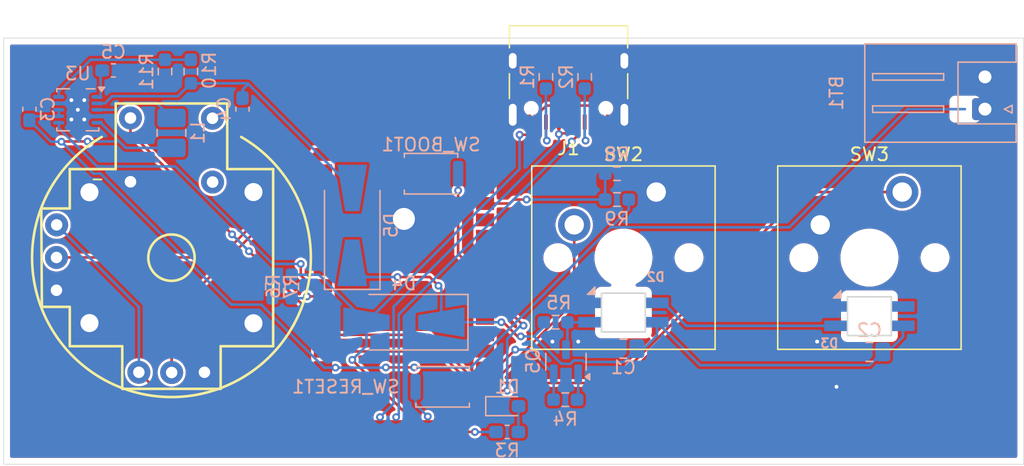
<source format=kicad_pcb>
(kicad_pcb (version 20241229) (generator "pcbnew") (generator_version "9.0")
  (layers (0 "F.Cu" signal) (2 "B.Cu" signal) (13 "F.Paste" user) (15 "B.Paste" user) (5 "F.SilkS" user "F.Silkscreen") (7 "B.SilkS" user "B.Silkscreen") (1 "F.Mask" user) (3 "B.Mask" user) (25 "Edge.Cuts" user))
  (net 0 "")
  (net 1 "VBUS")
  (net 2 "GND")
  (net 3 "D+")
  (net 4 "D-")
  (net 8 "+5V_Boost")
  (net 10 "VBAT")
  (net 12 "LED_LV")
  (net 16 "STAT")
  (net 17 "3.3V")
  (net 18 "LED_HV")
  (net 19 "Net-(D2-DOUT)")
  (net 23 "Net-(U1-RESET)")
  (net 24 "DASH")
  (net 27 "USE")
  (net 29 "BOOT")
  (net 32 "DIR_H")
  (net 33 "DIR_V")
  (net 34 "SEL")
  (net 37 "/CC2")
  (net 38 "+5V")
  (net 39 "Net-(J1-CC1)")
  (net 40 "Net-(D1-A)")
  (net 41 "LV")
  (net 42 "BOOST_EN")
  (net 43 "5V_SENSE")
  (net 44 "BAT_SENSE")
  (net 45 "Net-(U3-FB)")
  (net 46 "Net-(U3-VAUX)")
  (net 47 "Net-(U3-L)")
  (footprint "footprints:PS4_joystick" (layer "F.Cu") (at 140 34)
    (property "Reference" "U2" (hide yes))
    (property "Value" "COM-09032" (hide yes))
    (pad "B1A" thru_hole circle (at -3.175 -10.8148) (size 1.778 1.778) (drill 0.9) (layers "*.Cu" "*.Mask") (net 34 "SEL"))
    (pad "B1B" thru_hole circle (at 3.175 -10.795) (size 1.778 1.778) (drill 0.9) (layers "*.Cu" "*.Mask"))
    (pad "B2A" thru_hole circle (at -3.175 -5.8748) (size 1.778 1.778) (drill 0.9) (layers "*.Cu" "*.Mask") (net 2 "GND"))
    (pad "B2B" thru_hole circle (at 3.185 -5.8548) (size 1.778 1.778) (drill 0.9) (layers "*.Cu" "*.Mask"))
    (pad "H1" thru_hole circle (at -2.525 8.8752) (size 1.778 1.778) (drill 0.889) (layers "*.Cu" "*.Mask") (net 17 "3.3V"))
    (pad "H2" thru_hole circle (at 0.015 8.8952) (size 1.778 1.778) (drill 0.889) (layers "*.Cu" "*.Mask") (net 32 "DIR_H"))
    (pad "H3" thru_hole circle (at 2.555 8.8752) (size 1.778 1.778) (drill 0.889) (layers "*.Cu" "*.Mask") (net 2 "GND"))
    (pad "S1" thru_hole circle (at -6.35 -5.0648) (size 2.286 2.286) (drill 1.397) (layers "*.Cu" "*.Mask") (net 2 "GND"))
    (pad "S2" thru_hole circle (at -6.35 5.0652) (size 2.286 2.286) (drill 1.397) (layers "*.Cu" "*.Mask") (net 2 "GND"))
    (pad "S3" thru_hole circle (at 6.35 5.08) (size 2.286 2.286) (drill 1.397) (layers "*.Cu" "*.Mask") (net 2 "GND"))
    (pad "S4" thru_hole circle (at 6.35 -5.08) (size 2.286 2.286) (drill 1.397) (layers "*.Cu" "*.Mask") (net 2 "GND"))
    (pad "V1" thru_hole circle (at -8.89 -2.54) (size 1.778 1.778) (drill 0.889) (layers "*.Cu" "*.Mask") (net 17 "3.3V"))
    (pad "V2" thru_hole circle (at -8.905 -0.0148) (size 1.778 1.778) (drill 0.889) (layers "*.Cu" "*.Mask") (net 33 "DIR_V"))
    (pad "V3" thru_hole circle (at -8.905 2.5252) (size 1.778 1.778) (drill 0.889) (layers "*.Cu" "*.Mask") (net 2 "GND"))
  )
  (footprint "footprints:SW_Cherry_MX_PCB_1.00u" (layer "F.Cu") (at 175 34)
    (property "Reference" "SW2" (at 0 -8 0) (layer "F.SilkS"))
    (property "Value" "SW_Push")
    (pad "" np_thru_hole circle (at -5.08 0) (size 1.75 1.75) (drill 1.75) (layers "*.Cu" "*.Mask"))
    (pad "" np_thru_hole circle (at 0 0) (size 4 4) (drill 4) (layers "*.Cu" "*.Mask"))
    (pad "" np_thru_hole circle (at 5.08 0) (size 1.75 1.75) (drill 1.75) (layers "*.Cu" "*.Mask"))
    (pad "1" thru_hole circle (at -3.81 -2.54) (size 2.5 2.5) (drill 1.5) (layers "*.Cu" "*.Mask") (net 24 "DASH"))
    (pad "2" thru_hole circle (at 2.54 -5.08) (size 2.5 2.5) (drill 1.5) (layers "*.Cu" "*.Mask") (net 2 "GND"))
  )
  (footprint "NanoS3:NanoS3_HandSolder" (layer "F.Cu") (at 158 33.794 90)
    (property "Reference" "U1" (hide yes))
    (property "Value" "NanoS3" (hide yes))
    (pad "1" smd rect (at -13.6961 4.4468 90) (size 1.8178 1) (layers "F.Cu" "F.Mask") (net 16 "STAT"))
    (pad "2" smd rect (at -13.6961 3.1768 90) (size 1.8178 1) (layers "F.Cu" "F.Mask") (net 2 "GND"))
    (pad "2" thru_hole circle (at 2.794 0 180) (size 2.4 2.4) (drill 1.7) (layers "*.Cu" "*.Mask") (net 2 "GND"))
    (pad "2" smd custom (at 2.794 0 90) (size 2.870972 2.870972) (layers "F.Cu" "F.Mask") (net 2 "GND") (options (clearance outline) (anchor rect)) (primitives (gr_poly (pts (xy 1.645487 1.625487) (xy -1.694513 1.625487) (xy -1.694513 -1.174513) (xy -1.144513 -1.724513) (xy 1.645487 -1.724513)) (width 0.1) (fill yes)) (gr_poly (pts (xy -1.444513 -1.359513) (xy -1.438804 -1.388214) (xy -1.422546 -1.412546) (xy -1.398214 -1.428804) (xy -1.369513 -1.434513) (xy 1.480487 -1.434513) (xy 1.509188 -1.428804) (xy 1.53352 -1.412546) (xy 1.549778 -1.388214) (xy 1.555487 -1.359513) (xy 1.555487 1.490487) (xy 1.549778 1.519188) (xy 1.53352 1.54352) (xy 1.509188 1.559778) (xy 1.480487 1.565487) (xy -1.369513 1.565487) (xy -1.398214 1.559778) (xy -1.422546 1.54352) (xy -1.438804 1.519188) (xy -1.444513 1.490487)) (width 0) (fill yes))))
    (pad "3" smd rect (at -13.6961 1.9068 90) (size 1.8178 1) (layers "F.Cu" "F.Mask") (net 23 "Net-(U1-RESET)"))
    (pad "4" smd rect (at -13.6961 0.6368 90) (size 1.8178 1) (layers "F.Cu" "F.Mask") (net 38 "+5V"))
    (pad "5" smd rect (at -13.6961 -0.6332 90) (size 1.8178 1) (layers "F.Cu" "F.Mask") (net 4 "D-"))
    (pad "6" smd rect (at -13.6961 -1.9032 90) (size 1.8178 1) (layers "F.Cu" "F.Mask") (net 3 "D+"))
    (pad "7" smd rect (at -13.6961 -3.1732 90) (size 1.8178 1) (layers "F.Cu" "F.Mask"))
    (pad "8" smd rect (at -13.6961 -4.4432 90) (size 1.8178 1) (layers "F.Cu" "F.Mask") (net 17 "3.3V"))
    (pad "9" smd rect (at -8.7233 -6.2716 90) (size 1 1.4268) (layers "F.Cu" "F.Mask") (net 10 "VBAT"))
    (pad "10" smd rect (at -7.46915 -6.2716 90) (size 0.9683 1.4268) (layers "F.Cu" "F.Mask") (net 27 "USE"))
    (pad "11" smd rect (at -6.1833 -6.2716 90) (size 1 1.4268) (layers "F.Cu" "F.Mask") (net 24 "DASH"))
    (pad "12" smd rect (at -4.9133 -6.2716 90) (size 1 1.4268) (layers "F.Cu" "F.Mask") (net 34 "SEL"))
    (pad "13" smd rect (at -3.6433 -6.2716 90) (size 1 1.4268) (layers "F.Cu" "F.Mask") (net 43 "5V_SENSE"))
    (pad "14" smd rect (at -2.3733 -6.2716 90) (size 1 1.4268) (layers "F.Cu" "F.Mask") (net 42 "BOOST_EN"))
    (pad "15" smd rect (at -1.1033 -6.2716 90) (size 1 1.4268) (layers "F.Cu" "F.Mask"))
    (pad "16" smd rect (at 0.1667 -6.2716 90) (size 1 1.4268) (layers "F.Cu" "F.Mask"))
    (pad "17" smd rect (at 1.4367 -6.2716 90) (size 1 1.4268) (layers "F.Cu" "F.Mask"))
    (pad "18" smd rect (at 2.7067 -6.2716 90) (size 1 1.4268) (layers "F.Cu" "F.Mask"))
    (pad "19" smd rect (at 3.9767 -6.2716 90) (size 1 1.4268) (layers "F.Cu" "F.Mask"))
    (pad "20" smd rect (at 5.2467 -6.2716 90) (size 1 1.4268) (layers "F.Cu" "F.Mask"))
    (pad "21" smd rect (at 6.5167 -6.2716 90) (size 1 1.4268) (layers "F.Cu" "F.Mask") (net 32 "DIR_H"))
    (pad "22" smd rect (at 7.7867 -6.2716 90) (size 1 1.4268) (layers "F.Cu" "F.Mask") (net 33 "DIR_V"))
    (pad "23" smd rect (at -8.7335 6.2834 90) (size 0.957 1.4032) (layers "F.Cu" "F.Mask") (net 12 "LED_LV"))
    (pad "24" smd rect (at -7.442 6.2834 90) (size 1 1.4032) (layers "F.Cu" "F.Mask"))
    (pad "25" smd rect (at -6.172 6.2834 90) (size 1 1.4032) (layers "F.Cu" "F.Mask"))
    (pad "26" smd rect (at -4.902 6.2834 90) (size 1 1.4032) (layers "F.Cu" "F.Mask"))
    (pad "27" smd rect (at -3.632 6.2834 90) (size 1 1.4032) (layers "F.Cu" "F.Mask") (net 16 "STAT"))
    (pad "28" smd rect (at -2.362 6.2834 90) (size 1 1.4032) (layers "F.Cu" "F.Mask"))
    (pad "29" smd rect (at -1.092 6.2834 90) (size 1 1.4032) (layers "F.Cu" "F.Mask") (net 29 "BOOT"))
    (pad "30" smd rect (at 0.178 6.2834 90) (size 1 1.4032) (layers "F.Cu" "F.Mask"))
    (pad "31" smd rect (at 1.448 6.2834 90) (size 1 1.4032) (layers "F.Cu" "F.Mask"))
    (pad "32" smd rect (at 2.718 6.2834 90) (size 1 1.4032) (layers "F.Cu" "F.Mask"))
    (pad "33" smd rect (at 3.988 6.2834 90) (size 1 1.4032) (layers "F.Cu" "F.Mask") (net 44 "BAT_SENSE"))
    (pad "34" smd rect (at 5.258 6.2834 90) (size 1 1.4032) (layers "F.Cu" "F.Mask"))
    (pad "35" smd rect (at 6.528 6.2834 90) (size 1 1.4032) (layers "F.Cu" "F.Mask"))
    (pad "36" smd rect (at 7.798 6.2834 90) (size 1 1.4032) (layers "F.Cu" "F.Mask"))
  )
  (footprint "footprints:SW_Cherry_MX_PCB_1.00u" (layer "F.Cu") (at 194.05 34)
    (property "Reference" "SW3" (at 0 -8 0) (layer "F.SilkS"))
    (property "Value" "SW_Push")
    (pad "" np_thru_hole circle (at -5.08 0) (size 1.75 1.75) (drill 1.75) (layers "*.Cu" "*.Mask"))
    (pad "" np_thru_hole circle (at 0 0) (size 4 4) (drill 4) (layers "*.Cu" "*.Mask"))
    (pad "" np_thru_hole circle (at 5.08 0) (size 1.75 1.75) (drill 1.75) (layers "*.Cu" "*.Mask"))
    (pad "1" thru_hole circle (at -3.81 -2.54) (size 2.5 2.5) (drill 1.5) (layers "*.Cu" "*.Mask") (net 2 "GND"))
    (pad "2" thru_hole circle (at 2.54 -5.08) (size 2.5 2.5) (drill 1.5) (layers "*.Cu" "*.Mask") (net 27 "USE"))
  )
  (footprint "Connector_USB:USB_C_Receptacle_XKB_U262-16XN-4BVC11" (layer "F.Cu") (at 170.75 19.83 180)
    (property "Reference" "J1" (at 0 -5.715 0) (layer "F.SilkS"))
    (property "Value" "USB_C_Receptacle_USB2.0_16P")
    (pad "" np_thru_hole circle (at -2.89 -2.605 180) (size 0.65 0.65) (drill 0.65) (layers "*.Cu" "*.Mask"))
    (pad "" np_thru_hole circle (at 2.89 -2.605 180) (size 0.65 0.65) (drill 0.65) (layers "*.Cu" "*.Mask"))
    (pad "A1" smd rect (at -3.35 -3.67 180) (size 0.3 1.15) (layers "F.Cu" "F.Mask" "F.Paste") (net 2 "GND"))
    (pad "A4" smd rect (at -2.55 -3.67 180) (size 0.3 1.15) (layers "F.Cu" "F.Mask" "F.Paste") (net 38 "+5V"))
    (pad "A5" smd rect (at -1.25 -3.67 180) (size 0.3 1.15) (layers "F.Cu" "F.Mask" "F.Paste") (net 39 "Net-(J1-CC1)"))
    (pad "A6" smd rect (at -0.25 -3.67 180) (size 0.3 1.15) (layers "F.Cu" "F.Mask" "F.Paste") (net 3 "D+"))
    (pad "A7" smd rect (at 0.25 -3.67 180) (size 0.3 1.15) (layers "F.Cu" "F.Mask" "F.Paste") (net 4 "D-"))
    (pad "A8" smd rect (at 1.25 -3.67 180) (size 0.3 1.15) (layers "F.Cu" "F.Mask" "F.Paste"))
    (pad "A9" smd rect (at 2.55 -3.67 180) (size 0.3 1.15) (layers "F.Cu" "F.Mask" "F.Paste") (net 38 "+5V"))
    (pad "A12" smd rect (at 3.35 -3.67 180) (size 0.3 1.15) (layers "F.Cu" "F.Mask" "F.Paste") (net 2 "GND"))
    (pad "B1" smd rect (at 3.05 -3.67 180) (size 0.3 1.15) (layers "F.Cu" "F.Mask" "F.Paste") (net 2 "GND"))
    (pad "B4" smd rect (at 2.25 -3.67 180) (size 0.3 1.15) (layers "F.Cu" "F.Mask" "F.Paste") (net 38 "+5V"))
    (pad "B5" smd rect (at 1.75 -3.67 180) (size 0.3 1.15) (layers "F.Cu" "F.Mask" "F.Paste") (net 37 "/CC2"))
    (pad "B6" smd rect (at 0.75 -3.67 180) (size 0.3 1.15) (layers "F.Cu" "F.Mask" "F.Paste") (net 3 "D+"))
    (pad "B7" smd rect (at -0.75 -3.67 180) (size 0.3 1.15) (layers "F.Cu" "F.Mask" "F.Paste") (net 4 "D-"))
    (pad "B8" smd rect (at -1.75 -3.67 180) (size 0.3 1.15) (layers "F.Cu" "F.Mask" "F.Paste"))
    (pad "B9" smd rect (at -2.25 -3.67 180) (size 0.3 1.15) (layers "F.Cu" "F.Mask" "F.Paste") (net 38 "+5V"))
    (pad "B12" smd rect (at -3.05 -3.67 180) (size 0.3 1.15) (layers "F.Cu" "F.Mask" "F.Paste") (net 2 "GND"))
    (pad "S1" thru_hole oval (at -4.32 -3.105 180) (size 1 2.1) (drill oval 0.6 1.7) (property pad_prop_heatsink) (layers "*.Cu" "*.Mask") (net 2 "GND"))
    (pad "S1" thru_hole oval (at -4.32 1.075 180) (size 1 1.6) (drill oval 0.6 1.2) (property pad_prop_heatsink) (layers "*.Cu" "*.Mask") (net 2 "GND"))
    (pad "S1" thru_hole oval (at 4.32 -3.105 180) (size 1 2.1) (drill oval 0.6 1.7) (property pad_prop_heatsink) (layers "*.Cu" "*.Mask") (net 2 "GND"))
    (pad "S1" thru_hole oval (at 4.32 1.075 180) (size 1 1.6) (drill oval 0.6 1.2) (property pad_prop_heatsink) (layers "*.Cu" "*.Mask") (net 2 "GND"))
  )
  (footprint "Resistor_SMD:R_0603_1608Metric_Pad0.98x0.95mm_HandSolder" (layer "B.Cu") (at 170.5 45 180)
    (property "Reference" "R4" (at 0 -1.5 0) (layer "B.SilkS") (effects (justify mirror)))
    (property "Value" "10K")
    (pad "1" smd roundrect (at -0.9125 0 180) (size 0.975 0.95) (layers "B.Cu" "B.Mask" "B.Paste") (net 41 "LV"))
    (pad "2" smd roundrect (at 0.9125 0 180) (size 0.975 0.95) (layers "B.Cu" "B.Mask" "B.Paste") (net 12 "LED_LV"))
  )
  (footprint "Diode_SMD:D_SMA-SMB_Universal_Handsoldering" (layer "B.Cu") (at 158 39 180)
    (property "Reference" "D4" (at 0 3 0) (layer "B.SilkS") (effects (justify mirror)))
    (property "Value" "D_Shockley")
    (pad "1" smd trapezoid (at -2.9 0 180) (size 3.6 1.7) (rect_delta 0.6 0) (layers "B.Cu" "B.Mask" "B.Paste") (net 1 "VBUS"))
    (pad "2" smd trapezoid (at 2.9 0) (size 3.6 1.7) (rect_delta 0.6 0) (layers "B.Cu" "B.Mask" "B.Paste") (net 38 "+5V"))
  )
  (footprint "Resistor_SMD:R_0603_1608Metric_Pad0.98x0.95mm_HandSolder" (layer "B.Cu") (at 169 20 -90)
    (property "Reference" "R1" (at 0 1.43 90) (layer "B.SilkS") (effects (justify mirror)))
    (property "Value" "R5.1kΩ")
    (pad "1" smd roundrect (at -0.9125 0 270) (size 0.975 0.95) (layers "B.Cu" "B.Mask" "B.Paste") (net 2 "GND"))
    (pad "2" smd roundrect (at 0.9125 0 270) (size 0.975 0.95) (layers "B.Cu" "B.Mask" "B.Paste") (net 37 "/CC2"))
  )
  (footprint "Diode_SMD:D_SMA-SMB_Universal_Handsoldering" (layer "B.Cu") (at 154 31.5 90)
    (property "Reference" "D5" (at 0 3 90) (layer "B.SilkS") (effects (justify mirror)))
    (property "Value" "D_Shockley")
    (pad "1" smd trapezoid (at -2.9 0 90) (size 3.6 1.7) (rect_delta 0.6 0) (layers "B.Cu" "B.Mask" "B.Paste") (net 1 "VBUS"))
    (pad "2" smd trapezoid (at 2.9 0 270) (size 3.6 1.7) (rect_delta 0.6 0) (layers "B.Cu" "B.Mask" "B.Paste") (net 8 "+5V_Boost"))
  )
  (footprint "Resistor_SMD:R_0603_1608Metric_Pad0.98x0.95mm_HandSolder" (layer "B.Cu") (at 174.5 29.5 180)
    (property "Reference" "R8" (at 0 3.5 0) (layer "B.SilkS") (effects (justify mirror)))
    (property "Value" "100kΩ")
    (pad "1" smd roundrect (at -0.9125 0 180) (size 0.975 0.95) (layers "B.Cu" "B.Mask" "B.Paste") (net 10 "VBAT"))
    (pad "2" smd roundrect (at 0.9125 0 180) (size 0.975 0.95) (layers "B.Cu" "B.Mask" "B.Paste") (net 44 "BAT_SENSE"))
  )
  (footprint "Button_Switch_SMD:SW_Push_SPST_NO_Alps_SKRK" (layer "B.Cu") (at 160.1 27.5 180)
    (property "Reference" "SW_BOOT1" (at 0 2.25 0) (layer "B.SilkS") (effects (justify mirror)))
    (property "Value" "SW_Push")
    (pad "1" smd roundrect (at -2.1 0 180) (size 0.8 2) (layers "B.Cu" "B.Mask" "B.Paste") (net 29 "BOOT"))
    (pad "2" smd roundrect (at 2.1 0 180) (size 0.8 2) (layers "B.Cu" "B.Mask" "B.Paste") (net 2 "GND"))
  )
  (footprint "LED_SMD:LED_0603_1608Metric_Pad1.05x0.95mm_HandSolder" (layer "B.Cu") (at 166 45.5)
    (property "Reference" "D1" (at 0 -1.5 0) (layer "B.SilkS") (effects (justify mirror)))
    (property "Value" "LED")
    (pad "1" smd roundrect (at -0.875 0) (size 1.05 0.95) (layers "B.Cu" "B.Mask" "B.Paste") (net 2 "GND"))
    (pad "2" smd roundrect (at 0.875 0) (size 1.05 0.95) (layers "B.Cu" "B.Mask" "B.Paste") (net 40 "Net-(D1-A)"))
  )
  (footprint "Resistor_SMD:R_0603_1608Metric_Pad0.98x0.95mm_HandSolder" (layer "B.Cu") (at 174.5 27.5)
    (property "Reference" "R9" (at 0 3.5 0) (layer "B.SilkS") (effects (justify mirror)))
    (property "Value" "100kΩ")
    (pad "1" smd roundrect (at -0.9125 0) (size 0.975 0.95) (layers "B.Cu" "B.Mask" "B.Paste") (net 44 "BAT_SENSE"))
    (pad "2" smd roundrect (at 0.9125 0) (size 0.975 0.95) (layers "B.Cu" "B.Mask" "B.Paste") (net 2 "GND"))
  )
  (footprint "Connector_JST:JST_XH_S2B-XH-A_1x02_P2.50mm_Horizontal" (layer "B.Cu") (at 203 22.5 90)
    (property "Reference" "BT1" (at 1.25 -11.5 90) (layer "B.SilkS") (effects (justify mirror)))
    (property "Value" "Battery")
    (pad "1" thru_hole roundrect (at 0 0 90) (size 1.7 2) (drill 1) (layers "*.Cu" "*.Mask") (roundrect_rratio 0.147059) (net 10 "VBAT"))
    (pad "2" thru_hole oval (at 2.5 0 90) (size 1.7 2) (drill 1) (layers "*.Cu" "*.Mask") (net 2 "GND"))
  )
  (footprint "Resistor_SMD:R_0603_1608Metric_Pad0.98x0.95mm_HandSolder" (layer "B.Cu") (at 141.5 19.5875 90)
    (property "Reference" "R10" (at 0.0875 1.43 90) (layer "B.SilkS") (effects (justify mirror)))
    (property "Value" "1.8M")
    (pad "1" smd roundrect (at -0.9125 0 90) (size 0.975 0.95) (layers "B.Cu" "B.Mask" "B.Paste") (net 8 "+5V_Boost"))
    (pad "2" smd roundrect (at 0.9125 0 90) (size 0.975 0.95) (layers "B.Cu" "B.Mask" "B.Paste") (net 45 "Net-(U3-FB)"))
  )
  (footprint "Package_SON:Texas_S-PVSON-N10_ThermalVias" (layer "B.Cu") (at 132.75 22.55 180)
    (property "Reference" "U3" (at 0 2.8 0) (layer "B.SilkS") (effects (justify mirror)))
    (property "Value" "TPS61200DRC")
    (pad "1" smd rect (at -1.76 1 180) (size 0.28 0.28) (layers "B.Cu" "B.Mask" "B.Paste") (net 46 "Net-(U3-VAUX)"))
    (pad "1" smd oval (at -1.475 1 180) (size 0.85 0.28) (layers "B.Cu" "B.Mask" "B.Paste") (net 46 "Net-(U3-VAUX)"))
    (pad "2" smd rect (at -1.76 0.5 180) (size 0.28 0.28) (layers "B.Cu" "B.Mask" "B.Paste") (net 8 "+5V_Boost"))
    (pad "2" smd oval (at -1.475 0.5 180) (size 0.85 0.28) (layers "B.Cu" "B.Mask" "B.Paste") (net 8 "+5V_Boost"))
    (pad "3" smd rect (at -1.76 0 180) (size 0.28 0.28) (layers "B.Cu" "B.Mask" "B.Paste") (net 47 "Net-(U3-L)"))
    (pad "3" smd oval (at -1.475 0 180) (size 0.85 0.28) (layers "B.Cu" "B.Mask" "B.Paste") (net 47 "Net-(U3-L)"))
    (pad "4" smd rect (at -1.76 -0.5 180) (size 0.28 0.28) (layers "B.Cu" "B.Mask" "B.Paste") (net 2 "GND"))
    (pad "4" smd oval (at -1.475 -0.5 180) (size 0.85 0.28) (layers "B.Cu" "B.Mask" "B.Paste") (net 2 "GND"))
    (pad "5" smd rect (at -1.76 -1 180) (size 0.28 0.28) (layers "B.Cu" "B.Mask" "B.Paste") (net 10 "VBAT"))
    (pad "5" smd oval (at -1.475 -1 180) (size 0.85 0.28) (layers "B.Cu" "B.Mask" "B.Paste") (net 10 "VBAT"))
    (pad "6" smd oval (at 1.475 -1 180) (size 0.85 0.28) (layers "B.Cu" "B.Mask" "B.Paste") (net 42 "BOOST_EN"))
    (pad "6" smd rect (at 1.76 -1 180) (size 0.28 0.28) (layers "B.Cu" "B.Mask" "B.Paste") (net 42 "BOOST_EN"))
    (pad "7" smd oval (at 1.475 -0.5 180) (size 0.85 0.28) (layers "B.Cu" "B.Mask" "B.Paste") (net 10 "VBAT"))
    (pad "7" smd rect (at 1.76 -0.5 180) (size 0.28 0.28) (layers "B.Cu" "B.Mask" "B.Paste") (net 10 "VBAT"))
    (pad "8" smd oval (at 1.475 0 180) (size 0.85 0.28) (layers "B.Cu" "B.Mask" "B.Paste") (net 10 "VBAT"))
    (pad "8" smd rect (at 1.76 0 180) (size 0.28 0.28) (layers "B.Cu" "B.Mask" "B.Paste") (net 10 "VBAT"))
    (pad "9" smd oval (at 1.475 0.5 180) (size 0.85 0.28) (layers "B.Cu" "B.Mask" "B.Paste") (net 2 "GND"))
    (pad "9" smd rect (at 1.76 0.5 180) (size 0.28 0.28) (layers "B.Cu" "B.Mask" "B.Paste") (net 2 "GND"))
    (pad "10" smd oval (at 1.475 1 180) (size 0.85 0.28) (layers "B.Cu" "B.Mask" "B.Paste") (net 45 "Net-(U3-FB)"))
    (pad "10" smd rect (at 1.76 1 180) (size 0.28 0.28) (layers "B.Cu" "B.Mask" "B.Paste") (net 45 "Net-(U3-FB)"))
    (pad "11" thru_hole circle (at -0.5 -0.75 180) (size 0.6 0.6) (drill 0.3) (layers "*.Cu" "*.Mask") (net 2 "GND"))
    (pad "11" thru_hole circle (at -0.5 0.75 180) (size 0.6 0.6) (drill 0.3) (layers "*.Cu" "*.Mask") (net 2 "GND"))
    (pad "11" smd rect (at -0.45 -0.635 180) (size 0.68 1.05) (layers "B.Cu" "B.Mask" "B.Paste") (net 2 "GND"))
    (pad "11" smd rect (at -0.45 0.635 180) (size 0.68 1.05) (layers "B.Cu" "B.Mask" "B.Paste") (net 2 "GND"))
    (pad "11" smd rect (at -0.25 -1.63 180) (size 0.26 0.5) (layers "B.Cu" "B.Mask" "B.Paste") (net 2 "GND"))
    (pad "11" smd rect (at -0.25 -1.55 180) (size 0.28 0.7) (layers "B.Cu" "B.Mask") (net 2 "GND"))
    (pad "11" smd rect (at -0.25 1.55 180) (size 0.28 0.7) (layers "B.Cu" "B.Mask") (net 2 "GND"))
    (pad "11" smd rect (at -0.25 1.63 180) (size 0.26 0.5) (layers "B.Cu" "B.Mask" "B.Paste") (net 2 "GND"))
    (pad "11" thru_hole circle (at 0 0 180) (size 0.6 0.6) (drill 0.3) (layers "*.Cu" "*.Mask") (net 2 "GND"))
    (pad "11" smd rect (at 0 0 180) (size 1.65 2.4) (layers "B.Cu" "B.Mask") (net 2 "GND"))
    (pad "11" smd rect (at 0 0 180) (size 2.3 2.8) (layers "F.Cu") (net 2 "GND"))
    (pad "11" smd rect (at 0.25 -1.63 180) (size 0.26 0.5) (layers "B.Cu" "B.Mask" "B.Paste") (net 2 "GND"))
    (pad "11" smd rect (at 0.25 -1.55 180) (size 0.28 0.7) (layers "B.Cu" "B.Mask") (net 2 "GND"))
    (pad "11" smd rect (at 0.25 1.55 180) (size 0.28 0.7) (layers "B.Cu" "B.Mask") (net 2 "GND"))
    (pad "11" smd rect (at 0.25 1.63 180) (size 0.26 0.5) (layers "B.Cu" "B.Mask" "B.Paste") (net 2 "GND"))
    (pad "11" smd rect (at 0.45 -0.635 180) (size 0.68 1.05) (layers "B.Cu" "B.Mask" "B.Paste") (net 2 "GND"))
    (pad "11" smd rect (at 0.45 0.635 180) (size 0.68 1.05) (layers "B.Cu" "B.Mask" "B.Paste") (net 2 "GND"))
    (pad "11" thru_hole circle (at 0.5 -0.75 180) (size 0.6 0.6) (drill 0.3) (layers "*.Cu" "*.Mask") (net 2 "GND"))
    (pad "11" thru_hole circle (at 0.5 0.75 180) (size 0.6 0.6) (drill 0.3) (layers "*.Cu" "*.Mask") (net 2 "GND"))
  )
  (footprint "Capacitor_SMD:C_0603_1608Metric_Pad1.08x0.95mm_HandSolder" (layer "B.Cu") (at 135.5 19.5 180)
    (property "Reference" "C5" (at 0 1.43 0) (layer "B.SilkS") (effects (justify mirror)))
    (property "Value" "0.1uF")
    (pad "1" smd roundrect (at -0.8625 0 180) (size 1.075 0.95) (layers "B.Cu" "B.Mask" "B.Paste") (net 2 "GND"))
    (pad "2" smd roundrect (at 0.8625 0 180) (size 1.075 0.95) (layers "B.Cu" "B.Mask" "B.Paste") (net 46 "Net-(U3-VAUX)"))
  )
  (footprint "footprints:SK6812MINI-E" (layer "B.Cu") (at 194.05 38.53 180)
    (property "Reference" "D3" (at 3.1 -2.1 0) (layer "B.SilkS") (effects (font (size 0.7 0.7)) (justify mirror)))
    (property "Value" "SK6812MINI" (hide yes))
    (fp_line (start 1.7 1.5) (end 1.7 -1.5) (stroke (width 0.12)) (layer "Edge.Cuts"))
    (fp_line (start 1.7 -1.5) (end -1.7 -1.5) (stroke (width 0.12)) (layer "Edge.Cuts"))
    (fp_line (start -1.7 1.5) (end 1.7 1.5) (stroke (width 0.12)) (layer "Edge.Cuts"))
    (fp_line (start -1.7 -1.5) (end -1.7 1.5) (stroke (width 0.12)) (layer "Edge.Cuts"))
    (pad "1" smd rect (at -2.6 0.75 180) (size 1.8 0.82) (layers "B.Cu" "B.Mask" "B.Paste"))
    (pad "2" smd roundrect (at 2.6 0.75 180) (size 1.8 0.82) (layers "B.Cu" "B.Mask" "B.Paste") (roundrect_rratio 0) (chamfer_ratio 0.2) (chamfer bottom_right) (net 2 "GND"))
    (pad "3" smd rect (at 2.6 -0.75 180) (size 1.8 0.82) (layers "B.Cu" "B.Mask" "B.Paste") (net 19 "Net-(D2-DOUT)"))
    (pad "4" smd rect (at -2.6 -0.75 180) (size 1.8 0.82) (layers "B.Cu" "B.Mask" "B.Paste") (net 1 "VBUS"))
  )
  (footprint "Button_Switch_SMD:SW_Push_SPST_NO_Alps_SKRK" (layer "B.Cu") (at 161 44)
    (property "Reference" "SW_RESET1" (at -7.5 0 0) (layer "B.SilkS") (effects (justify mirror)))
    (property "Value" "SW_Push")
    (pad "1" smd roundrect (at -2.1 0) (size 0.8 2) (layers "B.Cu" "B.Mask" "B.Paste") (net 23 "Net-(U1-RESET)"))
    (pad "2" smd roundrect (at 2.1 0) (size 0.8 2) (layers "B.Cu" "B.Mask" "B.Paste") (net 2 "GND"))
  )
  (footprint "Capacitor_SMD:C_0805_2012Metric_Pad1.18x1.45mm_HandSolder" (layer "B.Cu") (at 194.05 41.3 180)
    (property "Reference" "C2" (at 0 1.68 0) (layer "B.SilkS") (effects (justify mirror)))
    (property "Value" "C")
    (pad "1" smd roundrect (at -1.0375 0 180) (size 1.175 1.45) (layers "B.Cu" "B.Mask" "B.Paste") (roundrect_rratio 0.212766) (net 1 "VBUS"))
    (pad "2" smd roundrect (at 1.0375 0 180) (size 1.175 1.45) (layers "B.Cu" "B.Mask" "B.Paste") (roundrect_rratio 0.212766) (net 2 "GND"))
  )
  (footprint "Resistor_SMD:R_0603_1608Metric_Pad0.98x0.95mm_HandSolder" (layer "B.Cu") (at 147.8175 36.23 90)
    (property "Reference" "R7" (at 0 1.43 90) (layer "B.SilkS") (effects (justify mirror)))
    (property "Value" "15kΩ")
    (pad "1" smd roundrect (at -0.9125 0 90) (size 0.975 0.95) (layers "B.Cu" "B.Mask" "B.Paste") (net 43 "5V_SENSE"))
    (pad "2" smd roundrect (at 0.9125 0 90) (size 0.975 0.95) (layers "B.Cu" "B.Mask" "B.Paste") (net 2 "GND"))
  )
  (footprint "Resistor_SMD:R_0603_1608Metric_Pad0.98x0.95mm_HandSolder" (layer "B.Cu") (at 169.75 39)
    (property "Reference" "R5" (at 0.25 -1.5 0) (layer "B.SilkS") (effects (justify mirror)))
    (property "Value" "10K")
    (pad "1" smd roundrect (at -0.9125 0) (size 0.975 0.95) (layers "B.Cu" "B.Mask" "B.Paste") (net 1 "VBUS"))
    (pad "2" smd roundrect (at 0.9125 0) (size 0.975 0.95) (layers "B.Cu" "B.Mask" "B.Paste") (net 18 "LED_HV"))
  )
  (footprint "Capacitor_SMD:C_0603_1608Metric_Pad1.08x0.95mm_HandSolder" (layer "B.Cu") (at 166 47.5)
    (property "Reference" "R3" (at 0 1.43 0) (layer "B.SilkS") (effects (justify mirror)))
    (property "Value" "120Ω")
    (pad "1" smd roundrect (at -0.8625 0) (size 1.075 0.95) (layers "B.Cu" "B.Mask" "B.Paste") (net 16 "STAT"))
    (pad "2" smd roundrect (at 0.8625 0) (size 1.075 0.95) (layers "B.Cu" "B.Mask" "B.Paste") (net 40 "Net-(D1-A)"))
  )
  (footprint "Capacitor_SMD:C_0603_1608Metric_Pad1.08x0.95mm_HandSolder" (layer "B.Cu") (at 129 22.5 90)
    (property "Reference" "C3" (at 0 1.43 90) (layer "B.SilkS") (effects (justify mirror)))
    (property "Value" "10uF")
    (pad "1" smd roundrect (at -0.8625 0 90) (size 1.075 0.95) (layers "B.Cu" "B.Mask" "B.Paste") (net 10 "VBAT"))
    (pad "2" smd roundrect (at 0.8625 0 90) (size 1.075 0.95) (layers "B.Cu" "B.Mask" "B.Paste") (net 2 "GND"))
  )
  (footprint "Capacitor_SMD:C_0805_2012Metric_Pad1.18x1.45mm_HandSolder" (layer "B.Cu") (at 175 41.05 180)
    (property "Reference" "C1" (at 0 -1.45 0) (layer "B.SilkS") (effects (justify mirror)))
    (property "Value" "C")
    (pad "1" smd roundrect (at -1.0375 0 180) (size 1.175 1.45) (layers "B.Cu" "B.Mask" "B.Paste") (roundrect_rratio 0.212766) (net 1 "VBUS"))
    (pad "2" smd roundrect (at 1.0375 0 180) (size 1.175 1.45) (layers "B.Cu" "B.Mask" "B.Paste") (roundrect_rratio 0.212766) (net 2 "GND"))
  )
  (footprint "Resistor_SMD:R_0603_1608Metric_Pad0.98x0.95mm_HandSolder" (layer "B.Cu") (at 139.5 19.5875 -90)
    (property "Reference" "R11" (at 0 1.43 90) (layer "B.SilkS") (effects (justify mirror)))
    (property "Value" "200k")
    (pad "1" smd roundrect (at -0.9125 0 270) (size 0.975 0.95) (layers "B.Cu" "B.Mask" "B.Paste") (net 45 "Net-(U3-FB)"))
    (pad "2" smd roundrect (at 0.9125 0 270) (size 0.975 0.95) (layers "B.Cu" "B.Mask" "B.Paste") (net 2 "GND"))
  )
  (footprint "Capacitor_SMD:C_0603_1608Metric_Pad1.08x0.95mm_HandSolder" (layer "B.Cu") (at 145.5 22.5 -90)
    (property "Reference" "C4" (at 0 1.43 90) (layer "B.SilkS") (effects (justify mirror)))
    (property "Value" "22uF")
    (pad "1" smd roundrect (at -0.8625 0 270) (size 1.075 0.95) (layers "B.Cu" "B.Mask" "B.Paste") (net 8 "+5V_Boost"))
    (pad "2" smd roundrect (at 0.8625 0 270) (size 1.075 0.95) (layers "B.Cu" "B.Mask" "B.Paste") (net 2 "GND"))
  )
  (footprint "Resistor_SMD:R_0603_1608Metric_Pad0.98x0.95mm_HandSolder" (layer "B.Cu") (at 149.3175 36.23 -90)
    (property "Reference" "R6" (at 0 1.43 90) (layer "B.SilkS") (effects (justify mirror)))
    (property "Value" "10kΩ")
    (pad "1" smd roundrect (at -0.9125 0 270) (size 0.975 0.95) (layers "B.Cu" "B.Mask" "B.Paste") (net 38 "+5V"))
    (pad "2" smd roundrect (at 0.9125 0 270) (size 0.975 0.95) (layers "B.Cu" "B.Mask" "B.Paste") (net 43 "5V_SENSE"))
  )
  (footprint "Resistor_SMD:R_0603_1608Metric_Pad0.98x0.95mm_HandSolder" (layer "B.Cu") (at 172 20 -90)
    (property "Reference" "R2" (at 0 1.43 90) (layer "B.SilkS") (effects (justify mirror)))
    (property "Value" "R5.1kΩ")
    (pad "1" smd roundrect (at -0.9125 0 270) (size 0.975 0.95) (layers "B.Cu" "B.Mask" "B.Paste") (net 2 "GND"))
    (pad "2" smd roundrect (at 0.9125 0 270) (size 0.975 0.95) (layers "B.Cu" "B.Mask" "B.Paste") (net 39 "Net-(J1-CC1)"))
  )
  (footprint "Package_TO_SOT_SMD:SOT-23" (layer "B.Cu") (at 170.55 42.0625 90)
    (property "Reference" "Q5" (at 0.0625 -2.55 90) (layer "B.SilkS") (effects (justify mirror)))
    (property "Value" "BSS138")
    (pad "1" smd roundrect (at -0.9375 0.95 90) (size 1.475 0.6) (layers "B.Cu" "B.Mask" "B.Paste") (net 41 "LV"))
    (pad "2" smd roundrect (at -0.9375 -0.95 90) (size 1.475 0.6) (layers "B.Cu" "B.Mask" "B.Paste") (net 12 "LED_LV"))
    (pad "3" smd roundrect (at 0.9375 0 90) (size 1.475 0.6) (layers "B.Cu" "B.Mask" "B.Paste") (net 18 "LED_HV"))
  )
  (footprint "footprints:SK6812MINI-E" (layer "B.Cu") (at 175 38.25 180)
    (property "Reference" "D2" (at -2.5 2.75 0) (layer "B.SilkS") (effects (font (size 0.7 0.7)) (justify mirror)))
    (property "Value" "SK6812MINI" (hide yes))
    (fp_line (start 1.7 1.5) (end 1.7 -1.5) (stroke (width 0.12)) (layer "Edge.Cuts"))
    (fp_line (start 1.7 -1.5) (end -1.7 -1.5) (stroke (width 0.12)) (layer "Edge.Cuts"))
    (fp_line (start -1.7 1.5) (end 1.7 1.5) (stroke (width 0.12)) (layer "Edge.Cuts"))
    (fp_line (start -1.7 -1.5) (end -1.7 1.5) (stroke (width 0.12)) (layer "Edge.Cuts"))
    (pad "1" smd rect (at -2.6 0.75 180) (size 1.8 0.82) (layers "B.Cu" "B.Mask" "B.Paste") (net 19 "Net-(D2-DOUT)"))
    (pad "2" smd roundrect (at 2.6 0.75 180) (size 1.8 0.82) (layers "B.Cu" "B.Mask" "B.Paste") (roundrect_rratio 0) (chamfer_ratio 0.2) (chamfer bottom_right) (net 2 "GND"))
    (pad "3" smd rect (at 2.6 -0.75 180) (size 1.8 0.82) (layers "B.Cu" "B.Mask" "B.Paste") (net 18 "LED_HV"))
    (pad "4" smd rect (at -2.6 -0.75 180) (size 1.8 0.82) (layers "B.Cu" "B.Mask" "B.Paste") (net 1 "VBUS"))
  )
  (footprint "Inductor_SMD:L_1008_2520Metric_Pad1.43x2.20mm_HandSolder" (layer "B.Cu") (at 140 24.3375 90)
    (property "Reference" "L1" (at 0 2.05 90) (layer "B.SilkS") (effects (justify mirror)))
    (property "Value" "2.2µH/±20%/1.5A")
    (pad "1" smd roundrect (at -1.1625 0 90) (size 1.425 2.2) (layers "B.Cu" "B.Mask" "B.Paste") (roundrect_rratio 0.175439) (net 10 "VBAT"))
    (pad "2" smd roundrect (at 1.1625 0 90) (size 1.425 2.2) (layers "B.Cu" "B.Mask" "B.Paste") (roundrect_rratio 0.175439) (net 47 "Net-(U3-L)"))
  )
  (gr_rect (start 127 17) (end 206 50) (stroke (width 0.05)) (fill no) (layer "Edge.Cuts"))
  (segment (start 165.7 39) (end 166.8 40.1) (width 0.2) (layer "F.Cu") (net 1))
  (segment (start 157.5 35.5) (end 160 35.5) (width 0.2) (layer "F.Cu") (net 1))
  (segment (start 165.55 39) (end 165.7 39) (width 0.2) (layer "F.Cu") (net 1))
  (segment (start 160 35.5) (end 160.674265 36.174265) (width 0.2) (layer "F.Cu") (net 1))
  (segment (start 166.8 40.1) (end 167.05 40.1) (width 0.2) (layer "F.Cu") (net 1))
  (via (at 167.05 40.1) (size 0.6) (drill 0.3) (layers "F.Cu" "B.Cu") (net 1))
  (via (at 157.5 35.5) (size 0.6) (drill 0.3) (layers "F.Cu" "B.Cu") (net 1))
  (via (at 165.55 39) (size 0.6) (drill 0.3) (layers "F.Cu" "B.Cu") (net 1))
  (via (at 160.674265 36.174265) (size 0.6) (drill 0.3) (layers "F.Cu" "B.Cu") (net 1))
  (segment (start 176.0375 41.05) (end 176.0875 41) (width 0.2) (layer "B.Cu") (net 1))
  (segment (start 195.2875 41.1) (end 195.675 41.1) (width 0.2) (layer "B.Cu") (net 1))
  (segment (start 168.8375 39) (end 168.8375 39.341968) (width 0.2) (layer "B.Cu") (net 1))
  (segment (start 155.1 35.5) (end 157.5 35.5) (width 0.2) (layer "B.Cu") (net 1))
  (segment (start 177.6 39) (end 180.926 42.326) (width 0.2) (layer "B.Cu") (net 1))
  (segment (start 160.9 36.4) (end 160.9 39) (width 0.2) (layer "B.Cu") (net 1))
  (segment (start 177.6 40.025) (end 177.6 39) (width 0.2) (layer "B.Cu") (net 1))
  (segment (start 180.926 42.326) (end 194.0615 42.326) (width 0.2) (layer "B.Cu") (net 1))
  (segment (start 175.0115 42.076) (end 176.0375 41.05) (width 0.2) (layer "B.Cu") (net 1))
  (segment (start 170.201 42.221532) (end 170.899 42.221532) (width 0.2) (layer "B.Cu") (net 1))
  (segment (start 176.625 41) (end 177.6 40.025) (width 0.2) (layer "B.Cu") (net 1))
  (segment (start 171.159032 41.9615) (end 171.840968 41.9615) (width 0.2) (layer "B.Cu") (net 1))
  (segment (start 168.079468 40.1) (end 170.201 42.221532) (width 0.2) (layer "B.Cu") (net 1))
  (segment (start 165.55 39) (end 160.9 39) (width 0.2) (layer "B.Cu") (net 1))
  (segment (start 196.65 40.125) (end 196.65 39.28) (width 0.2) (layer "B.Cu") (net 1))
  (segment (start 171.955468 42.076) (end 175.0115 42.076) (width 0.2) (layer "B.Cu") (net 1))
  (segment (start 176.0875 41) (end 176.625 41) (width 0.2) (layer "B.Cu") (net 1))
  (segment (start 171.840968 41.9615) (end 171.955468 42.076) (width 0.2) (layer "B.Cu") (net 1))
  (segment (start 168.8375 39.341968) (end 168.079468 40.1) (width 0.2) (layer "B.Cu") (net 1))
  (segment (start 167.05 40.1) (end 168.079468 40.1) (width 0.2) (layer "B.Cu") (net 1))
  (segment (start 154 34.4) (end 155.1 35.5) (width 0.2) (layer "B.Cu") (net 1))
  (segment (start 195.0875 41.3) (end 195.2875 41.1) (width 0.2) (layer "B.Cu") (net 1))
  (segment (start 170.899 42.221532) (end 171.159032 41.9615) (width 0.2) (layer "B.Cu") (net 1))
  (segment (start 195.675 41.1) (end 196.65 40.125) (width 0.2) (layer "B.Cu") (net 1))
  (segment (start 194.0615 42.326) (end 195.0875 41.3) (width 0.2) (layer "B.Cu") (net 1))
  (segment (start 160.674265 36.174265) (end 160.9 36.4) (width 0.2) (layer "B.Cu") (net 1))
  (via (at 190 40.5) (size 0.6) (drill 0.3) (layers "F.Cu" "B.Cu") (net 2))
  (via (at 169.5 40.5) (size 0.6) (drill 0.3) (layers "F.Cu" "B.Cu") (net 2))
  (via (at 171.5 40.5) (size 0.6) (drill 0.3) (layers "F.Cu" "B.Cu") (net 2))
  (via (at 191.5 44) (size 0.6) (drill 0.3) (layers "F.Cu" "B.Cu") (net 2))
  (segment (start 129 21.6375) (end 129.4125 22.05) (width 0.2) (layer "B.Cu") (net 2))
  (segment (start 129.4125 22.05) (end 130.99 22.05) (width 0.2) (layer "B.Cu") (net 2))
  (segment (start 156.15 47.4369) (end 156.0968 47.4901) (width 0.2) (layer "F.Cu") (net 3))
  (segment (start 170 24.432072) (end 169.999935 24.432137) (width 0.2) (layer "F.Cu") (net 3))
  (segment (start 156.15 46.35) (end 156.15 47.4369) (width 0.2) (layer "F.Cu") (net 3))
  (segment (start 170 24.327) (end 170.049 24.376) (width 0.2) (layer "F.Cu") (net 3))
  (segment (start 170.049 24.376) (end 170.951 24.376) (width 0.2) (layer "F.Cu") (net 3))
  (segment (start 170.951 24.376) (end 171 24.327) (width 0.2) (layer "F.Cu") (net 3))
  (segment (start 170 24.327) (end 170 24.432072) (width 0.2) (layer "F.Cu") (net 3))
  (segment (start 171 24.327) (end 171 23.5) (width 0.2) (layer "F.Cu") (net 3))
  (segment (start 170 23.5) (end 170 24.327) (width 0.2) (layer "F.Cu") (net 3))
  (via (at 156.15 46.35) (size 0.6) (drill 0.3) (layers "F.Cu" "B.Cu") (net 3))
  (via (at 169.999935 24.432137) (size 0.6) (drill 0.3) (layers "F.Cu" "B.Cu") (net 3))
  (segment (start 157.201 45.299) (end 157.201 37.799) (width 0.2) (layer "B.Cu") (net 3))
  (segment (start 156.15 46.35) (end 157.201 45.299) (width 0.2) (layer "B.Cu") (net 3))
  (segment (start 169.999935 25.000065) (end 169.999935 24.432137) (width 0.2) (layer "B.Cu") (net 3))
  (segment (start 157.201 37.799) (end 169.999935 25.000065) (width 0.2) (layer "B.Cu") (net 3))
  (segment (start 171.451 22.624) (end 171.5 22.673) (width 0.2) (layer "F.Cu") (net 4))
  (segment (start 170.549 22.624) (end 171.451 22.624) (width 0.2) (layer "F.Cu") (net 4))
  (segment (start 171.5 24.5) (end 171 25) (width 0.2) (layer "F.Cu") (net 4))
  (segment (start 170.5 23.5) (end 170.5 22.673) (width 0.2) (layer "F.Cu") (net 4))
  (segment (start 157.4 46.35) (end 157.4 47.035106) (width 0.2) (layer "F.Cu") (net 4))
  (segment (start 157.335 47.100106) (end 157.335 47.15) (width 0.2) (layer "F.Cu") (net 4))
  (segment (start 171.5 22.673) (end 171.5 23.5) (width 0.2) (layer "F.Cu") (net 4))
  (segment (start 157.4 47.035106) (end 157.335 47.100106) (width 0.2) (layer "F.Cu") (net 4))
  (segment (start 170.5 22.673) (end 170.549 22.624) (width 0.2) (layer "F.Cu") (net 4))
  (segment (start 171.5 23.5) (end 171.5 24.5) (width 0.2) (layer "F.Cu") (net 4))
  (via (at 157.4 46.35) (size 0.6) (drill 0.3) (layers "F.Cu" "B.Cu") (net 4))
  (via (at 171 25) (size 0.6) (drill 0.3) (layers "F.Cu" "B.Cu") (net 4))
  (segment (start 157.4 46.35) (end 157.602 46.148) (width 0.2) (layer "B.Cu") (net 4))
  (segment (start 157.602 38.398) (end 171 25) (width 0.2) (layer "B.Cu") (net 4))
  (segment (start 157.602 46.148) (end 157.602 38.398) (width 0.2) (layer "B.Cu") (net 4))
  (segment (start 141.5 20.5) (end 145.9 20.5) (width 0.2) (layer "B.Cu") (net 8))
  (segment (start 145.95 20.55) (end 154 28.6) (width 0.2) (layer "B.Cu") (net 8))
  (segment (start 140.5 21.5) (end 141.5 20.5) (width 0.2) (layer "B.Cu") (net 8))
  (segment (start 145.5 21) (end 145.5 21.6375) (width 0.2) (layer "B.Cu") (net 8))
  (segment (start 145.9 20.5) (end 145.95 20.55) (width 0.2) (layer "B.Cu") (net 8))
  (segment (start 134.51 22.05) (end 134.85 22.05) (width 0.2) (layer "B.Cu") (net 8))
  (segment (start 135.4 21.5) (end 140.5 21.5) (width 0.2) (layer "B.Cu") (net 8))
  (segment (start 145.95 20.55) (end 145.5 21) (width 0.2) (layer "B.Cu") (net 8))
  (segment (start 134.85 22.05) (end 135.4 21.5) (width 0.2) (layer "B.Cu") (net 8))
  (segment (start 131.5 25) (end 133.5 25) (width 0.2) (layer "F.Cu") (net 10))
  (segment (start 152.7 42.5173) (end 151.7284 42.5173) (width 0.2) (layer "F.Cu") (net 10))
  (segment (start 131.479735 25.020265) (end 131.5 25) (width 0.2) (layer "F.Cu") (net 10))
  (segment (start 156.601 42.5) (end 158.799 42.5) (width 0.2) (layer "F.Cu") (net 10))
  (via (at 158.799 42.5) (size 0.6) (drill 0.3) (layers "F.Cu" "B.Cu") (net 10))
  (via (at 152.7 42.5173) (size 0.6) (drill 0.3) (layers "F.Cu" "B.Cu") (net 10))
  (via (at 131.479735 25.020265) (size 0.6) (drill 0.3) (layers "F.Cu" "B.Cu") (net 10))
  (via (at 156.601 42.5) (size 0.6) (drill 0.3) (layers "F.Cu" "B.Cu") (net 10))
  (via (at 133.5 25) (size 0.6) (drill 0.3) (layers "F.Cu" "B.Cu") (net 10))
  (segment (start 174.026184 31.649) (end 187.851 31.649) (width 0.2) (layer "B.Cu") (net 10))
  (segment (start 156.5837 42.5173) (end 156.601 42.5) (width 0.2) (layer "B.Cu") (net 10))
  (segment (start 197 22.5) (end 201.445 22.5) (width 0.2) (layer "B.Cu") (net 10))
  (segment (start 130.657765 25.020265) (end 131.479735 25.020265) (width 0.2) (layer "B.Cu") (net 10))
  (segment (start 131.275 22.55) (end 131.275 23.05) (width 0.2) (layer "B.Cu") (net 10))
  (segment (start 129 23.3625) (end 130.657765 25.020265) (width 0.2) (layer "B.Cu") (net 10))
  (segment (start 175.4125 30) (end 175.4125 30.262684) (width 0.2) (layer "B.Cu") (net 10))
  (segment (start 175.4125 30.262684) (end 174.026184 31.649) (width 0.2) (layer "B.Cu") (net 10))
  (segment (start 133.95067 27.4912) (end 134.508085 27.4912) (width 0.2) (layer "B.Cu") (net 10))
  (segment (start 152.7 42.5173) (end 156.5837 42.5173) (width 0.2) (layer "B.Cu") (net 10))
  (segment (start 158.799 42.5) (end 163.175184 42.5) (width 0.2) (layer "B.Cu") (net 10))
  (segment (start 131.479735 25.020265) (end 133.95067 27.4912) (width 0.2) (layer "B.Cu") (net 10))
  (segment (start 129 23.3625) (end 129.3125 23.05) (width 0.2) (layer "B.Cu") (net 10))
  (segment (start 151.829425 42.5173) (end 152.7 42.5173) (width 0.2) (layer "B.Cu") (net 10))
  (segment (start 134.508085 27.4912) (end 144.652885 37.636) (width 0.2) (layer "B.Cu") (net 10))
  (segment (start 135.96 25) (end 136.46 25.5) (width 0.2) (layer "B.Cu") (net 10))
  (segment (start 133.5 25) (end 135.96 25) (width 0.2) (layer "B.Cu") (net 10))
  (segment (start 140 25.5) (end 136.46 25.5) (width 0.2) (layer "B.Cu") (net 10))
  (segment (start 163.175184 42.5) (end 174.026184 31.649) (width 0.2) (layer "B.Cu") (net 10))
  (segment (start 187.851 31.649) (end 197 22.5) (width 0.2) (layer "B.Cu") (net 10))
  (segment (start 146.948125 37.636) (end 151.829425 42.5173) (width 0.2) (layer "B.Cu") (net 10))
  (segment (start 129.3125 23.05) (end 130.99 23.05) (width 0.2) (layer "B.Cu") (net 10))
  (segment (start 136.46 25.5) (end 134.51 23.55) (width 0.2) (layer "B.Cu") (net 10))
  (segment (start 144.652885 37.636) (end 146.948125 37.636) (width 0.2) (layer "B.Cu") (net 10))
  (segment (start 166.622235 41.122238) (end 166.622235 41.122235) (width 0.2) (layer "F.Cu") (net 12))
  (segment (start 164.2834 42.5275) (end 165.216973 42.5275) (width 0.2) (layer "F.Cu") (net 12))
  (segment (start 165.216973 42.5275) (end 166.622235 41.122238) (width 0.2) (layer "F.Cu") (net 12))
  (via (at 166.622235 41.122235) (size 0.6) (drill 0.3) (layers "F.Cu" "B.Cu") (net 12))
  (segment (start 167.722235 41.122235) (end 166.622235 41.122235) (width 0.2) (layer "B.Cu") (net 12))
  (segment (start 169.6 43) (end 169.6 44.9875) (width 0.2) (layer "B.Cu") (net 12))
  (segment (start 169.6 43) (end 167.722235 41.122235) (width 0.2) (layer "B.Cu") (net 12))
  (segment (start 169.6 44.9875) (end 169.5875 45) (width 0.2) (layer "B.Cu") (net 12))
  (segment (start 162.4468 47.4901) (end 165.6289 44.308) (width 0.2) (layer "F.Cu") (net 16))
  (segment (start 167.261857 39.261857) (end 165.426 37.426) (width 0.2) (layer "F.Cu") (net 16))
  (segment (start 165.6289 44.308) (end 166 44.308) (width 0.2) (layer "F.Cu") (net 16))
  (segment (start 162.4468 47.4901) (end 163.4901 47.4901) (width 0.2) (layer "F.Cu") (net 16))
  (segment (start 165.426 37.426) (end 164.2834 37.426) (width 0.2) (layer "F.Cu") (net 16))
  (segment (start 163.4901 47.4901) (end 163.5 47.5) (width 0.2) (layer "F.Cu") (net 16))
  (via (at 163.5 47.5) (size 0.6) (drill 0.3) (layers "F.Cu" "B.Cu") (net 16))
  (via (at 166 44.308) (size 0.6) (drill 0.3) (layers "F.Cu" "B.Cu") (net 16))
  (via (at 167.261857 39.261857) (size 0.6) (drill 0.3) (layers "F.Cu" "B.Cu") (net 16))
  (segment (start 166 40.300057) (end 167.0382 39.261857) (width 0.2) (layer "B.Cu") (net 16))
  (segment (start 166 44.308) (end 166 40.300057) (width 0.2) (layer "B.Cu") (net 16))
  (segment (start 167.0382 39.261857) (end 167.261857 39.261857) (width 0.2) (layer "B.Cu") (net 16))
  (segment (start 163.5 47.5) (end 164.965 47.5) (width 0.2) (layer "B.Cu") (net 16))
  (segment (start 153.5568 47.4901) (end 142.0899 47.4901) (width 0.2) (layer "F.Cu") (net 17))
  (segment (start 142.0899 47.4901) (end 137.475 42.8752) (width 0.2) (layer "F.Cu") (net 17))
  (segment (start 137.475 37.825) (end 131.11 31.46) (width 0.2) (layer "B.Cu") (net 17))
  (segment (start 137.475 42.8752) (end 137.475 37.825) (width 0.2) (layer "B.Cu") (net 17))
  (segment (start 170.6625 41.0125) (end 170.55 41.125) (width 0.2) (layer "B.Cu") (net 18))
  (segment (start 170.6625 39) (end 170.6625 41.0125) (width 0.2) (layer "B.Cu") (net 18))
  (segment (start 170.6625 39) (end 172.4 39) (width 0.2) (layer "B.Cu") (net 18))
  (segment (start 179.87 39.28) (end 191.45 39.28) (width 0.2) (layer "B.Cu") (net 19))
  (segment (start 177.6 37.5) (end 178.09 37.5) (width 0.2) (layer "B.Cu") (net 19))
  (segment (start 178.09 37.5) (end 179.87 39.28) (width 0.2) (layer "B.Cu") (net 19))
  (segment (start 159.85 46.3) (end 159.85 47.4333) (width 0.2) (layer "F.Cu") (net 23))
  (segment (start 159.85 47.4333) (end 159.9068 47.4901) (width 0.2) (layer "F.Cu") (net 23))
  (via (at 159.85 46.3) (size 0.6) (drill 0.3) (layers "F.Cu" "B.Cu") (net 23))
  (segment (start 158.9 45.35) (end 158.9 44) (width 0.2) (layer "B.Cu") (net 23))
  (segment (start 159.85 46.3) (end 158.9 45.35) (width 0.2) (layer "B.Cu") (net 23))
  (segment (start 159.9511 39.9773) (end 163.2808 43.307) (width 0.2) (layer "F.Cu") (net 24))
  (segment (start 163.2808 43.307) (end 165.286 43.307) (width 0.2) (layer "F.Cu") (net 24))
  (segment (start 165.286 43.307) (end 171.19 37.403) (width 0.2) (layer "F.Cu") (net 24))
  (segment (start 151.7284 39.9773) (end 159.9511 39.9773) (width 0.2) (layer "F.Cu") (net 24))
  (segment (start 171.19 37.403) (end 171.19 31.46) (width 0.2) (layer "F.Cu") (net 24))
  (segment (start 160.66985 41.26315) (end 163.1147 43.708) (width 0.2) (layer "F.Cu") (net 27))
  (segment (start 163.1147 43.708) (end 174.179443 43.708) (width 0.2) (layer "F.Cu") (net 27))
  (segment (start 151.7284 41.26315) (end 160.66985 41.26315) (width 0.2) (layer "F.Cu") (net 27))
  (segment (start 174.179443 43.708) (end 188.967443 28.92) (width 0.2) (layer "F.Cu") (net 27))
  (segment (start 188.967443 28.92) (end 196.59 28.92) (width 0.2) (layer "F.Cu") (net 27))
  (segment (start 163.3818 34.886) (end 162.2 33.7042) (width 0.2) (layer "F.Cu") (net 29))
  (segment (start 162.2 33.7042) (end 162.2 28.8) (width 0.2) (layer "F.Cu") (net 29))
  (segment (start 164.2834 34.886) (end 163.3818 34.886) (width 0.2) (layer "F.Cu") (net 29))
  (via (at 162.2 28.8) (size 0.6) (drill 0.3) (layers "F.Cu" "B.Cu") (net 29))
  (segment (start 162.2 28.8) (end 162.2 27.5) (width 0.2) (layer "B.Cu") (net 29))
  (segment (start 140.015 38.4453) (end 151.183 27.2773) (width 0.2) (layer "F.Cu") (net 32))
  (segment (start 151.183 27.2773) (end 151.7284 27.2773) (width 0.2) (layer "F.Cu") (net 32))
  (segment (start 140.015 42.8952) (end 140.015 38.4453) (width 0.2) (layer "F.Cu") (net 32))
  (segment (start 150.714 27.0217) (end 150.714 26.1083) (width 0.2) (layer "F.Cu") (net 33))
  (segment (start 150.714 26.1083) (end 150.815 26.0073) (width 0.2) (layer "F.Cu") (net 33))
  (segment (start 131.095 33.9852) (end 143.7505 33.9852) (width 0.2) (layer "F.Cu") (net 33))
  (segment (start 150.815 26.0073) (end 151.7284 26.0073) (width 0.2) (layer "F.Cu") (net 33))
  (segment (start 143.7505 33.9852) (end 150.714 27.0217) (width 0.2) (layer "F.Cu") (net 33))
  (segment (start 146 33.5) (end 151.2073 38.7073) (width 0.2) (layer "F.Cu") (net 34))
  (segment (start 136.825 24.325) (end 144.693585 32.193585) (width 0.2) (layer "F.Cu") (net 34))
  (segment (start 151.2073 38.7073) (end 151.7284 38.7073) (width 0.2) (layer "F.Cu") (net 34))
  (segment (start 136.825 23.1852) (end 136.825 24.325) (width 0.2) (layer "F.Cu") (net 34))
  (via (at 146 33.5) (size 0.6) (drill 0.3) (layers "F.Cu" "B.Cu") (net 34))
  (via (at 144.693585 32.193585) (size 0.6) (drill 0.3) (layers "F.Cu" "B.Cu") (net 34))
  (segment (start 144.693585 32.193585) (end 146 33.5) (width 0.2) (layer "B.Cu") (net 34))
  (segment (start 169 24.865) (end 169 23.5) (width 0.2) (layer "F.Cu") (net 37))
  (segment (start 169.07 24.935) (end 169 24.865) (width 0.2) (layer "F.Cu") (net 37))
  (via (at 169.07 24.935) (size 0.6) (drill 0.3) (layers "F.Cu" "B.Cu") (net 37))
  (segment (start 169 24.865) (end 169.07 24.935) (width 0.2) (layer "B.Cu") (net 37))
  (segment (start 169 20.9125) (end 169 24.865) (width 0.2) (layer "B.Cu") (net 37))
  (segment (start 166.959453 24.481777) (end 167.95 24.481777) (width 0.2) (layer "F.Cu") (net 38))
  (segment (start 173 23.5) (end 173 22.673) (width 0.2) (layer "F.Cu") (net 38))
  (segment (start 168.5 22.751008) (end 168.5 23.5) (width 0.2) (layer "F.Cu") (net 38))
  (segment (start 167.95 24.481777) (end 168.2 24.231777) (width 0.2) (layer "F.Cu") (net 38))
  (segment (start 168.2 24.231777) (end 168.2 23.5) (width 0.2) (layer "F.Cu") (net 38))
  (segment (start 166.959351 24.481879) (end 166.959453 24.481777) (width 0.2) (layer "F.Cu") (net 38))
  (segment (start 173 22.673) (end 172.55 22.223) (width 0.2) (layer "F.Cu") (net 38))
  (segment (start 158.6368 46.5541) (end 158.6368 47.4901) (width 0.2) (layer "F.Cu") (net 38))
  (segment (start 154 41.9173) (end 158.6368 46.5541) (width 0.2) (layer "F.Cu") (net 38))
  (segment (start 168.5 23.5) (end 168.2 23.5) (width 0.2) (layer "F.Cu") (net 38))
  (segment (start 172.55 22.223) (end 169.028008 22.223) (width 0.2) (layer "F.Cu") (net 38))
  (segment (start 169.028008 22.223) (end 168.5 22.751008) (width 0.2) (layer "F.Cu") (net 38))
  (via (at 166.959351 24.481879) (size 0.6) (drill 0.3) (layers "F.Cu" "B.Cu") (net 38))
  (via (at 154 41.9173) (size 0.6) (drill 0.3) (layers "F.Cu" "B.Cu") (net 38))
  (segment (start 155.1 39) (end 151.4175 35.3175) (width 0.2) (layer "B.Cu") (net 38))
  (segment (start 166.959252 27.140748) (end 155.1 39) (width 0.2) (layer "B.Cu") (net 38))
  (segment (start 151.4175 35.3175) (end 149.3175 35.3175) (width 0.2) (layer "B.Cu") (net 38))
  (segment (start 166.959351 24.481879) (end 166.959252 24.481978) (width 0.2) (layer "B.Cu") (net 38))
  (segment (start 155.1 39) (end 155.1 40.8173) (width 0.2) (layer "B.Cu") (net 38))
  (segment (start 166.959252 24.481978) (end 166.959252 27.140748) (width 0.2) (layer "B.Cu") (net 38))
  (segment (start 155.1 40.8173) (end 154 41.9173) (width 0.2) (layer "B.Cu") (net 38))
  (segment (start 172 24.865) (end 172 23.5) (width 0.2) (layer "F.Cu") (net 39))
  (segment (start 172.07 24.935) (end 172 24.865) (width 0.2) (layer "F.Cu") (net 39))
  (via (at 172.07 24.935) (size 0.6) (drill 0.3) (layers "F.Cu" "B.Cu") (net 39))
  (segment (start 172.07 24.935) (end 172 24.865) (width 0.2) (layer "B.Cu") (net 39))
  (segment (start 172 24.865) (end 172 20.9125) (width 0.2) (layer "B.Cu") (net 39))
  (segment (start 166.8625 45.5125) (end 166.875 45.5) (width 0.2) (layer "B.Cu") (net 40))
  (segment (start 166.8625 47.5) (end 166.8625 45.5125) (width 0.2) (layer "B.Cu") (net 40))
  (segment (start 171.5 43) (end 171.5 44.9125) (width 0.2) (layer "B.Cu") (net 41))
  (segment (start 171.5 44.9125) (end 171.4125 45) (width 0.2) (layer "B.Cu") (net 41))
  (segment (start 150.815 36.1673) (end 151.7284 36.1673) (width 0.2) (layer "F.Cu") (net 42))
  (segment (start 150.01168 34.485763) (end 150.01168 35.36398) (width 0.2) (layer "F.Cu") (net 42))
  (segment (start 150.01168 35.36398) (end 150.815 36.1673) (width 0.2) (layer "F.Cu") (net 42))
  (via (at 150.01168 34.485763) (size 0.6) (drill 0.3) (layers "F.Cu" "B.Cu") (net 42))
  (segment (start 140.292085 26.9352) (end 147.842648 34.485763) (width 0.2) (layer "B.Cu") (net 42))
  (segment (start 131.275 23.55) (end 131.275 23.967) (width 0.2) (layer "B.Cu") (net 42))
  (segment (start 131.275 23.967) (end 134.2432 26.9352) (width 0.2) (layer "B.Cu") (net 42))
  (segment (start 147.842648 34.485763) (end 150.01168 34.485763) (width 0.2) (layer "B.Cu") (net 42))
  (segment (start 134.2432 26.9352) (end 140.292085 26.9352) (width 0.2) (layer "B.Cu") (net 42))
  (segment (start 151.2911 37) (end 151.7284 37.4373) (width 0.2) (layer "F.Cu") (net 43))
  (segment (start 150.5 37) (end 151.2911 37) (width 0.2) (layer "F.Cu") (net 43))
  (via (at 150.5 37) (size 0.6) (drill 0.3) (layers "F.Cu" "B.Cu") (net 43))
  (segment (start 147.8175 37.1425) (end 149.3175 37.1425) (width 0.2) (layer "B.Cu") (net 43))
  (segment (start 150.3575 37.1425) (end 150.5 37) (width 0.2) (layer "B.Cu") (net 43))
  (segment (start 149.3175 37.1425) (end 150.3575 37.1425) (width 0.2) (layer "B.Cu") (net 43))
  (segment (start 166.194 29.806) (end 164.2834 29.806) (width 0.2) (layer "F.Cu") (net 44))
  (segment (start 166.5 29.5) (end 166.194 29.806) (width 0.2) (layer "F.Cu") (net 44))
  (segment (start 167.5 29.5) (end 166.5 29.5) (width 0.2) (layer "F.Cu") (net 44))
  (via (at 167.5 29.5) (size 0.6) (drill 0.3) (layers "F.Cu" "B.Cu") (net 44))
  (segment (start 173.5875 29.5) (end 173.5875 27.5) (width 0.2) (layer "B.Cu") (net 44))
  (segment (start 173.5875 29.5) (end 167.5 29.5) (width 0.2) (layer "B.Cu") (net 44))
  (segment (start 131.275 21.133) (end 131.275 21.55) (width 0.2) (layer "B.Cu") (net 45))
  (segment (start 139.5 18.675) (end 133.733 18.675) (width 0.2) (layer "B.Cu") (net 45))
  (segment (start 141.5 18.675) (end 139.5 18.675) (width 0.2) (layer "B.Cu") (net 45))
  (segment (start 133.733 18.675) (end 131.275 21.133) (width 0.2) (layer "B.Cu") (net 45))
  (segment (start 134.51 19.6275) (end 134.6375 19.5) (width 0.2) (layer "B.Cu") (net 46))
  (segment (start 134.51 21.55) (end 134.51 19.6275) (width 0.2) (layer "B.Cu") (net 46))
  (segment (start 136.332085 21.9952) (end 135.777285 22.55) (width 0.2) (layer "B.Cu") (net 47))
  (segment (start 140 23.175) (end 138.8202 21.9952) (width 0.2) (layer "B.Cu") (net 47))
  (segment (start 135.777285 22.55) (end 134.51 22.55) (width 0.2) (layer "B.Cu") (net 47))
  (segment (start 134.51 22.55) (end 134.225 22.55) (width 0.2) (layer "B.Cu") (net 47))
  (segment (start 138.8202 21.9952) (end 136.332085 21.9952) (width 0.2) (layer "B.Cu") (net 47))
  (zone (net 2) (net_name "GND") (layers "F.Cu" "B.Cu") (connect_pads yes (clearance 0.2)) (min_thickness 0.25) (fill yes (thermal_gap 0.5) (thermal_bridge_width 0.5) (island_removal_mode 1) (island_area_min 10))
    (polygon (pts (xy 127 17) (xy 206 17) (xy 206 50) (xy 127 50)))
  )
)
</source>
